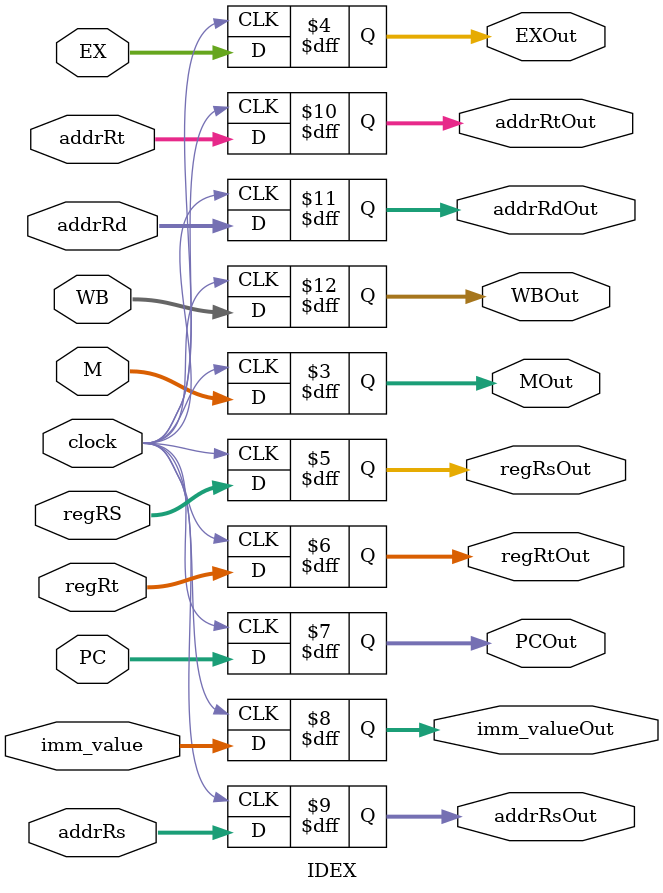
<source format=v>
module IDEX(

  input clock,
  input [1:0] WB,
  input [2:0] M, 
  input [7:0] EX, 
  input [31:0] regRS, regRt, imm_value, PC,
  input [4:0] addrRs, addrRt, addrRd,
  output reg [2:0] MOut,
  output reg [7:0] EXOut,
  output reg [31:0] regRsOut, regRtOut, PCOut, imm_valueOut,
  output reg [4:0] addrRsOut, addrRtOut, addrRdOut,
  output reg [1:0] WBOut

  );

 initial begin
  PCOut = 0;
  WBOut = 0;
  MOut = 0;
  EXOut = 0;
  regRsOut = 0;
  regRtOut = 0;
  imm_valueOut = 0;
  addrRsOut = 0;
  addrRtOut = 0;
  addrRdOut = 0;
 end

 always@(posedge clock) begin
    PCOut <= PC;
    WBOut <= WB;
    MOut <= M;
    EXOut <= EX;
    regRsOut <= regRS;
    regRtOut <= regRt;
    imm_valueOut <= imm_value;
    addrRsOut <= addrRs;
    addrRtOut <= addrRt;
    addrRdOut <= addrRd;
 end
endmodule

</source>
